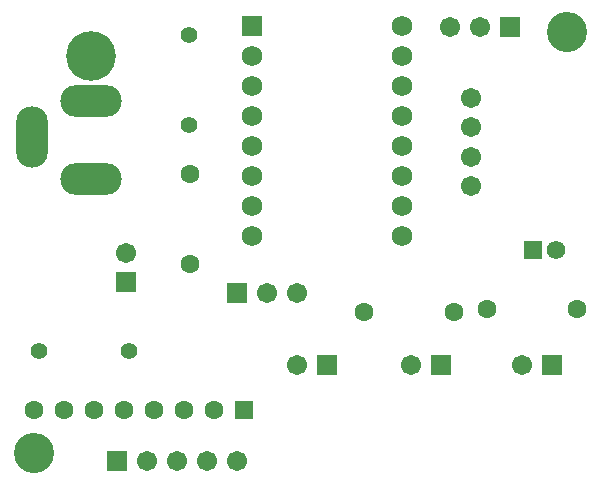
<source format=gbr>
%TF.GenerationSoftware,Altium Limited,Altium Designer,20.1.12 (249)*%
G04 Layer_Color=8388736*
%FSLAX26Y26*%
%MOIN*%
%TF.SameCoordinates,3330814B-4F48-45CB-92AE-830D8B31506C*%
%TF.FilePolarity,Negative*%
%TF.FileFunction,Soldermask,Top*%
%TF.Part,Single*%
G01*
G75*
%TA.AperFunction,ComponentPad*%
%ADD50C,0.067370*%
%ADD51R,0.067370X0.067370*%
%TA.AperFunction,WasherPad*%
%ADD52C,0.133984*%
%TA.AperFunction,ComponentPad*%
%ADD53C,0.063118*%
%ADD54R,0.063039X0.063039*%
%ADD55C,0.063039*%
%ADD56C,0.061858*%
%ADD57R,0.061858X0.061858*%
%ADD58C,0.067055*%
%ADD59R,0.067055X0.067055*%
%ADD60R,0.067370X0.067370*%
%ADD61O,0.204850X0.106425*%
%ADD62O,0.204850X0.106425*%
%ADD63O,0.106425X0.204850*%
%ADD64C,0.165480*%
%ADD65C,0.055244*%
%ADD66C,0.068236*%
%ADD67R,0.068236X0.068236*%
D50*
X980000Y640000D02*
D03*
X880000D02*
D03*
X1590000Y1525000D02*
D03*
X1490000D02*
D03*
X1560000Y1093425D02*
D03*
Y995000D02*
D03*
Y1191850D02*
D03*
Y1290276D02*
D03*
X410000Y774213D02*
D03*
X981575Y400000D02*
D03*
X1360787D02*
D03*
X1730747Y399172D02*
D03*
D51*
X780000Y640000D02*
D03*
X1690000Y1525000D02*
D03*
X1080000Y400000D02*
D03*
X1459213D02*
D03*
X1829172Y399172D02*
D03*
D52*
X105000Y105000D02*
D03*
X1880000Y1510000D02*
D03*
D53*
X625000Y1035000D02*
D03*
Y735000D02*
D03*
X1505000Y575000D02*
D03*
X1205000D02*
D03*
X1915000Y585000D02*
D03*
X1615000D02*
D03*
D54*
X805000Y250000D02*
D03*
D55*
X705000D02*
D03*
X605000D02*
D03*
X505000D02*
D03*
X405000D02*
D03*
X305000D02*
D03*
X205000D02*
D03*
X105000D02*
D03*
D56*
X1844370Y781654D02*
D03*
D57*
X1765630D02*
D03*
D58*
X780000Y80000D02*
D03*
X680000D02*
D03*
X580000D02*
D03*
X480000D02*
D03*
D59*
X380000D02*
D03*
D60*
X410000Y675787D02*
D03*
D61*
X295000Y1279842D02*
D03*
D62*
Y1020000D02*
D03*
D63*
X98150Y1159764D02*
D03*
D64*
X295000Y1429449D02*
D03*
D65*
X620000Y1200000D02*
D03*
Y1500000D02*
D03*
X120000Y445000D02*
D03*
X420000D02*
D03*
D66*
X1330000Y1530000D02*
D03*
Y1430000D02*
D03*
Y1330000D02*
D03*
Y1230000D02*
D03*
Y1130000D02*
D03*
Y1030000D02*
D03*
Y930000D02*
D03*
Y830000D02*
D03*
X830000D02*
D03*
Y930000D02*
D03*
Y1030000D02*
D03*
Y1130000D02*
D03*
Y1230000D02*
D03*
Y1330000D02*
D03*
Y1430000D02*
D03*
D67*
Y1530000D02*
D03*
%TF.MD5,141f76d061127d1cb3c564242618593e*%
M02*

</source>
